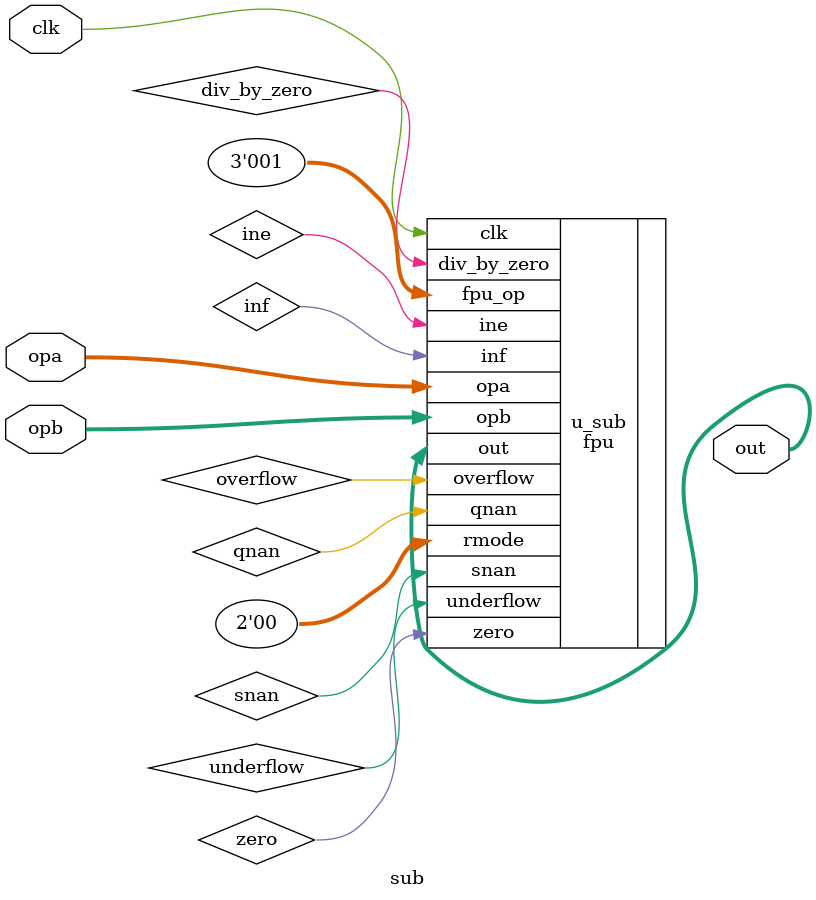
<source format=v>
`timescale 1ns / 100ps


module sub(clk, opa, opb, out);
	input clk;
	input [31:0] opa, opb;
	output [31:0] out;
	

	wire inf, snan, qnan, ine, overflow, underflow, zero, div_by_zero;
	
	fpu u_sub(
		.clk(clk),
		.rmode(2'd0), 
		.fpu_op(3'd1), 
		.opa(opa), 
		.opb(opb), 
		.out(out), 
		.inf(inf), 
		.snan(snan), 
		.qnan(qnan), 
		.ine(ine), 
		.overflow(overflow), 
		.underflow(underflow), 
		.zero(zero), 
		.div_by_zero(div_by_zero)
		); 
	

endmodule
</source>
